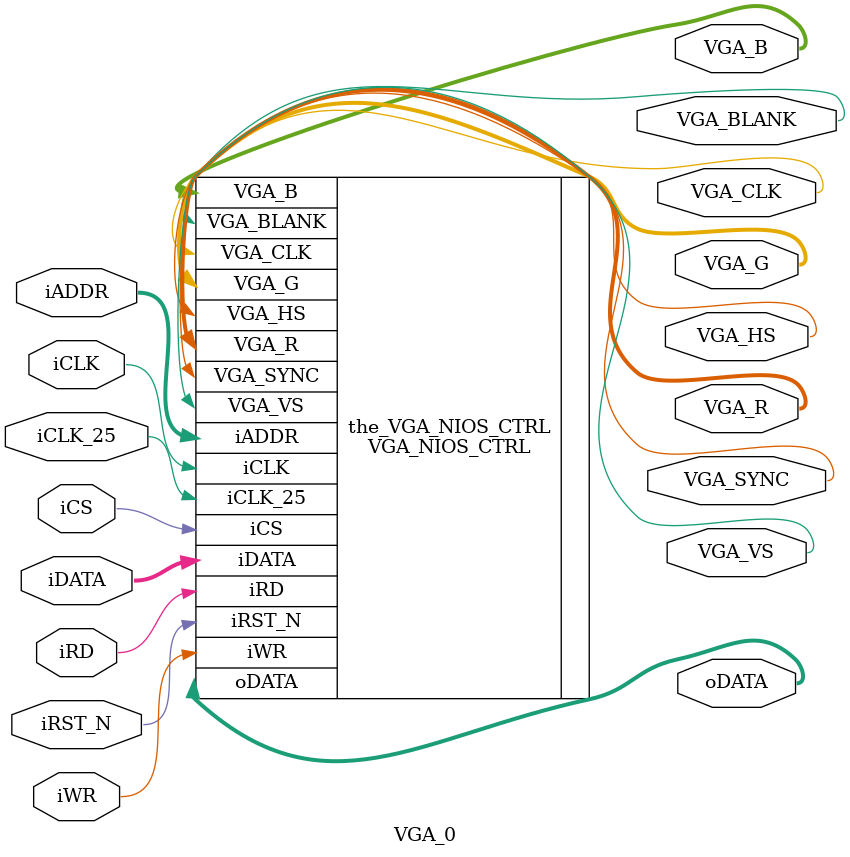
<source format=v>

`timescale 1ns / 1ps
// synthesis translate_on

// turn off superfluous verilog processor warnings 
// altera message_level Level1 
// altera message_off 10034 10035 10036 10037 10230 10240 10030 

module VGA_0 (
               // inputs:
                iADDR,
                iCLK,
                iCLK_25,
                iCS,
                iDATA,
                iRD,
                iRST_N,
                iWR,

               // outputs:
                VGA_B,
                VGA_BLANK,
                VGA_CLK,
                VGA_G,
                VGA_HS,
                VGA_R,
                VGA_SYNC,
                VGA_VS,
                oDATA
             )
;

  output  [  9: 0] VGA_B;
  output           VGA_BLANK;
  output           VGA_CLK;
  output  [  9: 0] VGA_G;
  output           VGA_HS;
  output  [  9: 0] VGA_R;
  output           VGA_SYNC;
  output           VGA_VS;
  output  [ 15: 0] oDATA;
  input   [ 18: 0] iADDR;
  input            iCLK;
  input            iCLK_25;
  input            iCS;
  input   [ 15: 0] iDATA;
  input            iRD;
  input            iRST_N;
  input            iWR;

  wire    [  9: 0] VGA_B;
  wire             VGA_BLANK;
  wire             VGA_CLK;
  wire    [  9: 0] VGA_G;
  wire             VGA_HS;
  wire    [  9: 0] VGA_R;
  wire             VGA_SYNC;
  wire             VGA_VS;
  wire    [ 15: 0] oDATA;
  VGA_NIOS_CTRL the_VGA_NIOS_CTRL
    (
      .VGA_B     (VGA_B),
      .VGA_BLANK (VGA_BLANK),
      .VGA_CLK   (VGA_CLK),
      .VGA_G     (VGA_G),
      .VGA_HS    (VGA_HS),
      .VGA_R     (VGA_R),
      .VGA_SYNC  (VGA_SYNC),
      .VGA_VS    (VGA_VS),
      .iADDR     (iADDR),
      .iCLK      (iCLK),
      .iCLK_25   (iCLK_25),
      .iCS       (iCS),
      .iDATA     (iDATA),
      .iRD       (iRD),
      .iRST_N    (iRST_N),
      .iWR       (iWR),
      .oDATA     (oDATA)
    );
  defparam the_VGA_NIOS_CTRL.RAM_SIZE = 19'b1001011000000000000;


endmodule


</source>
